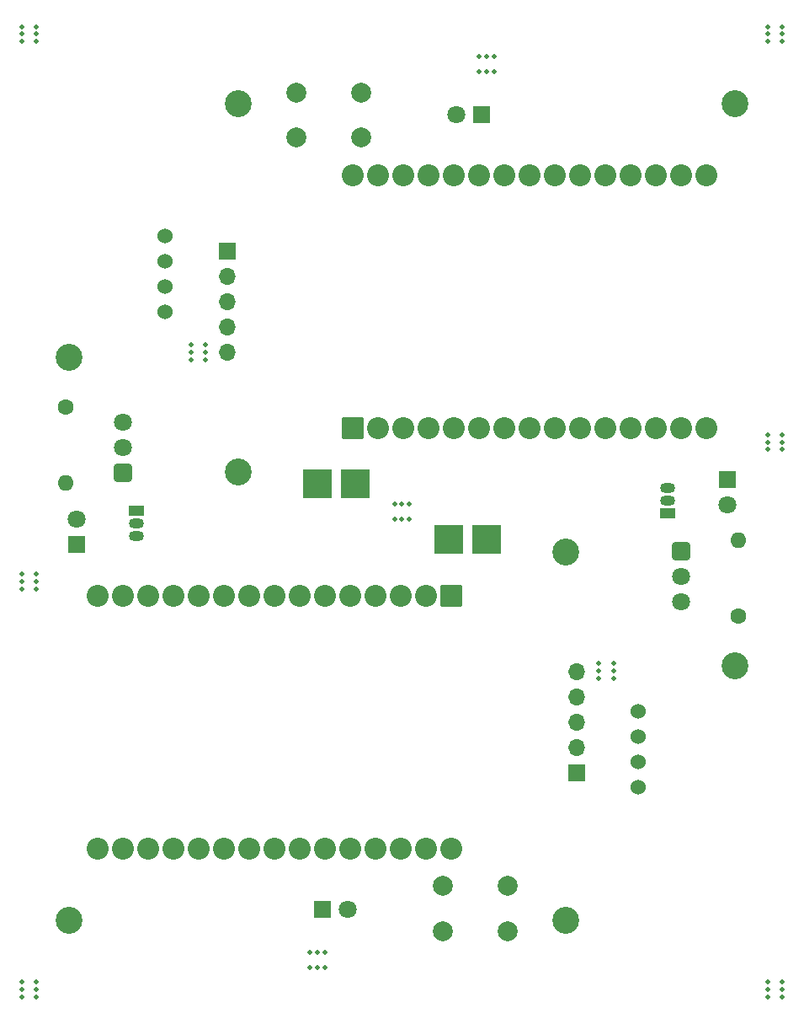
<source format=gbr>
%TF.GenerationSoftware,KiCad,Pcbnew,8.0.1*%
%TF.CreationDate,2024-04-19T12:23:10+07:00*%
%TF.ProjectId,AC_controller_print,41435f63-6f6e-4747-926f-6c6c65725f70,v3.0*%
%TF.SameCoordinates,Original*%
%TF.FileFunction,Soldermask,Top*%
%TF.FilePolarity,Negative*%
%FSLAX46Y46*%
G04 Gerber Fmt 4.6, Leading zero omitted, Abs format (unit mm)*
G04 Created by KiCad (PCBNEW 8.0.1) date 2024-04-19 12:23:10*
%MOMM*%
%LPD*%
G01*
G04 APERTURE LIST*
G04 Aperture macros list*
%AMRoundRect*
0 Rectangle with rounded corners*
0 $1 Rounding radius*
0 $2 $3 $4 $5 $6 $7 $8 $9 X,Y pos of 4 corners*
0 Add a 4 corners polygon primitive as box body*
4,1,4,$2,$3,$4,$5,$6,$7,$8,$9,$2,$3,0*
0 Add four circle primitives for the rounded corners*
1,1,$1+$1,$2,$3*
1,1,$1+$1,$4,$5*
1,1,$1+$1,$6,$7*
1,1,$1+$1,$8,$9*
0 Add four rect primitives between the rounded corners*
20,1,$1+$1,$2,$3,$4,$5,0*
20,1,$1+$1,$4,$5,$6,$7,0*
20,1,$1+$1,$6,$7,$8,$9,0*
20,1,$1+$1,$8,$9,$2,$3,0*%
G04 Aperture macros list end*
%ADD10C,2.700000*%
%ADD11R,1.800000X1.800000*%
%ADD12C,1.800000*%
%ADD13RoundRect,0.102000X1.000000X-1.000000X1.000000X1.000000X-1.000000X1.000000X-1.000000X-1.000000X0*%
%ADD14C,2.204000*%
%ADD15C,2.000000*%
%ADD16C,1.600000*%
%ADD17O,1.600000X1.600000*%
%ADD18R,3.000000X3.000000*%
%ADD19C,1.524000*%
%ADD20O,1.700000X1.700000*%
%ADD21R,1.700000X1.700000*%
%ADD22R,1.500000X1.050000*%
%ADD23O,1.500000X1.050000*%
%ADD24RoundRect,0.250200X-0.649800X0.649800X-0.649800X-0.649800X0.649800X-0.649800X0.649800X0.649800X0*%
%ADD25RoundRect,0.102000X-1.000000X1.000000X-1.000000X-1.000000X1.000000X-1.000000X1.000000X1.000000X0*%
%ADD26RoundRect,0.250200X0.649800X-0.649800X0.649800X0.649800X-0.649800X0.649800X-0.649800X-0.649800X0*%
%ADD27C,0.500000*%
G04 APERTURE END LIST*
D10*
%TO.C,REF\u002A\u002A*%
X90090000Y-87590000D03*
%TD*%
D11*
%TO.C,D2*%
X114630000Y-51690000D03*
D12*
X112090000Y-51690000D03*
%TD*%
D13*
%TO.C,U1*%
X101670000Y-83190000D03*
D14*
X104210000Y-83190000D03*
X106750000Y-83190000D03*
X109290000Y-83190000D03*
X111830000Y-83190000D03*
X114370000Y-83190000D03*
X116910000Y-83190000D03*
X119450000Y-83190000D03*
X121990000Y-83190000D03*
X124530000Y-83190000D03*
X127070000Y-83190000D03*
X129610000Y-83190000D03*
X132150000Y-83190000D03*
X134690000Y-83190000D03*
X137230000Y-83190000D03*
X137230000Y-57790000D03*
X134690000Y-57790000D03*
X132150000Y-57790000D03*
X129610000Y-57790000D03*
X127070000Y-57790000D03*
X124530000Y-57790000D03*
X121990000Y-57790000D03*
X119450000Y-57790000D03*
X116910000Y-57790000D03*
X114370000Y-57790000D03*
X111830000Y-57790000D03*
X109290000Y-57790000D03*
X106750000Y-57790000D03*
X104210000Y-57790000D03*
X101670000Y-57790000D03*
%TD*%
D10*
%TO.C,REF\u002A\u002A*%
X90090000Y-50590000D03*
%TD*%
%TO.C,REF\u002A\u002A*%
X140090000Y-50590000D03*
%TD*%
D15*
%TO.C,SW1*%
X102490000Y-53990000D03*
X95990000Y-53990000D03*
X102490000Y-49490000D03*
X95990000Y-49490000D03*
%TD*%
D16*
%TO.C,R1*%
X140405000Y-102090000D03*
D17*
X140405000Y-94470000D03*
%TD*%
D18*
%TO.C,U5*%
X98095954Y-88802929D03*
X101905954Y-88802929D03*
%TD*%
D19*
%TO.C,U2*%
X130383000Y-111653000D03*
X130383000Y-114193000D03*
X130383000Y-116733000D03*
X130383000Y-119273000D03*
%TD*%
D20*
%TO.C,U4*%
X89007500Y-75540000D03*
X89007500Y-73000000D03*
X89007500Y-70460000D03*
X89007500Y-67920000D03*
D21*
X89007500Y-65380000D03*
%TD*%
D22*
%TO.C,Q1*%
X133320000Y-91730000D03*
D23*
X133320000Y-90460000D03*
X133320000Y-89190000D03*
%TD*%
D24*
%TO.C,U3*%
X134682103Y-95550000D03*
D12*
X134682103Y-98090000D03*
X134682103Y-100630000D03*
%TD*%
D11*
%TO.C,D1*%
X139305000Y-88315000D03*
D12*
X139305000Y-90855000D03*
%TD*%
D10*
%TO.C,REF\u002A\u002A*%
X140090000Y-107090000D03*
%TD*%
%TO.C,REF\u002A\u002A*%
X123090000Y-95590000D03*
%TD*%
D12*
%TO.C,D2*%
X101090000Y-131490000D03*
D11*
X98550000Y-131490000D03*
%TD*%
D14*
%TO.C,U1*%
X111510000Y-125390000D03*
X108970000Y-125390000D03*
X106430000Y-125390000D03*
X103890000Y-125390000D03*
X101350000Y-125390000D03*
X98810000Y-125390000D03*
X96270000Y-125390000D03*
X93730000Y-125390000D03*
X91190000Y-125390000D03*
X88650000Y-125390000D03*
X86110000Y-125390000D03*
X83570000Y-125390000D03*
X81030000Y-125390000D03*
X78490000Y-125390000D03*
X75950000Y-125390000D03*
X75950000Y-99990000D03*
X78490000Y-99990000D03*
X81030000Y-99990000D03*
X83570000Y-99990000D03*
X86110000Y-99990000D03*
X88650000Y-99990000D03*
X91190000Y-99990000D03*
X93730000Y-99990000D03*
X96270000Y-99990000D03*
X98810000Y-99990000D03*
X101350000Y-99990000D03*
X103890000Y-99990000D03*
X106430000Y-99990000D03*
X108970000Y-99990000D03*
D25*
X111510000Y-99990000D03*
%TD*%
D10*
%TO.C,REF\u002A\u002A*%
X123090000Y-132590000D03*
%TD*%
%TO.C,REF\u002A\u002A*%
X73090000Y-132590000D03*
%TD*%
D15*
%TO.C,SW1*%
X117190000Y-133690000D03*
X110690000Y-133690000D03*
X117190000Y-129190000D03*
X110690000Y-129190000D03*
%TD*%
D17*
%TO.C,R1*%
X72775000Y-88710000D03*
D16*
X72775000Y-81090000D03*
%TD*%
D18*
%TO.C,U5*%
X111274046Y-94377071D03*
X115084046Y-94377071D03*
%TD*%
D19*
%TO.C,U2*%
X82797000Y-63907000D03*
X82797000Y-66447000D03*
X82797000Y-68987000D03*
X82797000Y-71527000D03*
%TD*%
D21*
%TO.C,U4*%
X124172500Y-117800000D03*
D20*
X124172500Y-115260000D03*
X124172500Y-112720000D03*
X124172500Y-110180000D03*
X124172500Y-107640000D03*
%TD*%
D23*
%TO.C,Q1*%
X79860000Y-93990000D03*
X79860000Y-92720000D03*
D22*
X79860000Y-91450000D03*
%TD*%
D12*
%TO.C,U3*%
X78497897Y-82550000D03*
X78497897Y-85090000D03*
D26*
X78497897Y-87630000D03*
%TD*%
D12*
%TO.C,D1*%
X73875000Y-92325000D03*
D11*
X73875000Y-94865000D03*
%TD*%
D10*
%TO.C,REF\u002A\u002A*%
X73090000Y-76090000D03*
%TD*%
D27*
%TO.C,mouse-bite-2mm-slot*%
X68340000Y-44340000D03*
X69840000Y-44340000D03*
X68340000Y-43590000D03*
X69840000Y-43590000D03*
X68340000Y-42840000D03*
X69840000Y-42840000D03*
%TD*%
%TO.C,mouse-bite-2mm-slot*%
X143340000Y-44340000D03*
X144840000Y-44340000D03*
X143340000Y-43590000D03*
X144840000Y-43590000D03*
X143340000Y-42840000D03*
X144840000Y-42840000D03*
%TD*%
%TO.C,mouse-bite-2mm-slot*%
X114340000Y-45840000D03*
X114340000Y-47340000D03*
X115090000Y-45840000D03*
X115090000Y-47340000D03*
X115840000Y-45840000D03*
X115840000Y-47340000D03*
%TD*%
%TO.C,mouse-bite-2mm-slot*%
X97340000Y-135840000D03*
X97340000Y-137340000D03*
X98090000Y-135840000D03*
X98090000Y-137340000D03*
X98840000Y-135840000D03*
X98840000Y-137340000D03*
%TD*%
%TO.C,mouse-bite-2mm-slot*%
X143340000Y-85340000D03*
X144840000Y-85340000D03*
X143340000Y-84590000D03*
X144840000Y-84590000D03*
X143340000Y-83840000D03*
X144840000Y-83840000D03*
%TD*%
%TO.C,mouse-bite-2mm-slot*%
X143340000Y-140340000D03*
X144840000Y-140340000D03*
X143340000Y-139590000D03*
X144840000Y-139590000D03*
X143340000Y-138840000D03*
X144840000Y-138840000D03*
%TD*%
%TO.C,mouse-bite-2mm-slot*%
X68340000Y-140340000D03*
X69840000Y-140340000D03*
X68340000Y-139590000D03*
X69840000Y-139590000D03*
X68340000Y-138840000D03*
X69840000Y-138840000D03*
%TD*%
%TO.C,mouse-bite-2mm-slot*%
X85350000Y-76340000D03*
X86850000Y-76340000D03*
X85350000Y-75590000D03*
X86850000Y-75590000D03*
X85350000Y-74840000D03*
X86850000Y-74840000D03*
%TD*%
%TO.C,mouse-bite-2mm-slot*%
X68340000Y-99340000D03*
X69840000Y-99340000D03*
X68340000Y-98590000D03*
X69840000Y-98590000D03*
X68340000Y-97840000D03*
X69840000Y-97840000D03*
%TD*%
%TO.C,mouse-bite-2mm-slot*%
X126350000Y-108340000D03*
X127850000Y-108340000D03*
X126350000Y-107590000D03*
X127850000Y-107590000D03*
X126350000Y-106840000D03*
X127850000Y-106840000D03*
%TD*%
%TO.C,mouse-bite-2mm-slot*%
X105840000Y-90840000D03*
X105840000Y-92340000D03*
X106590000Y-90840000D03*
X106590000Y-92340000D03*
X107340000Y-90840000D03*
X107340000Y-92340000D03*
%TD*%
M02*

</source>
